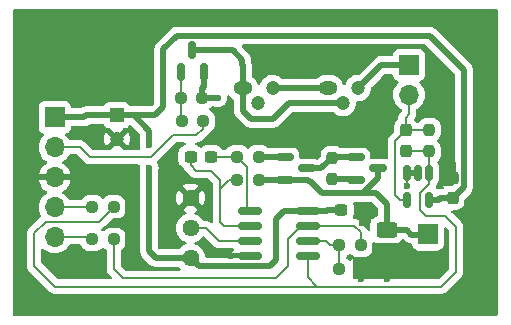
<source format=gbr>
%TF.GenerationSoftware,KiCad,Pcbnew,8.0.8*%
%TF.CreationDate,2025-02-06T15:12:13+01:00*%
%TF.ProjectId,mini-laser-driver,6d696e69-2d6c-4617-9365-722d64726976,rev?*%
%TF.SameCoordinates,Original*%
%TF.FileFunction,Copper,L1,Top*%
%TF.FilePolarity,Positive*%
%FSLAX46Y46*%
G04 Gerber Fmt 4.6, Leading zero omitted, Abs format (unit mm)*
G04 Created by KiCad (PCBNEW 8.0.8) date 2025-02-06 15:12:13*
%MOMM*%
%LPD*%
G01*
G04 APERTURE LIST*
G04 Aperture macros list*
%AMRoundRect*
0 Rectangle with rounded corners*
0 $1 Rounding radius*
0 $2 $3 $4 $5 $6 $7 $8 $9 X,Y pos of 4 corners*
0 Add a 4 corners polygon primitive as box body*
4,1,4,$2,$3,$4,$5,$6,$7,$8,$9,$2,$3,0*
0 Add four circle primitives for the rounded corners*
1,1,$1+$1,$2,$3*
1,1,$1+$1,$4,$5*
1,1,$1+$1,$6,$7*
1,1,$1+$1,$8,$9*
0 Add four rect primitives between the rounded corners*
20,1,$1+$1,$2,$3,$4,$5,0*
20,1,$1+$1,$4,$5,$6,$7,0*
20,1,$1+$1,$6,$7,$8,$9,0*
20,1,$1+$1,$8,$9,$2,$3,0*%
G04 Aperture macros list end*
%TA.AperFunction,ComponentPad*%
%ADD10R,1.700000X1.700000*%
%TD*%
%TA.AperFunction,ComponentPad*%
%ADD11O,1.700000X1.700000*%
%TD*%
%TA.AperFunction,SMDPad,CuDef*%
%ADD12RoundRect,0.237500X0.250000X0.237500X-0.250000X0.237500X-0.250000X-0.237500X0.250000X-0.237500X0*%
%TD*%
%TA.AperFunction,SMDPad,CuDef*%
%ADD13RoundRect,0.250000X0.625000X-0.400000X0.625000X0.400000X-0.625000X0.400000X-0.625000X-0.400000X0*%
%TD*%
%TA.AperFunction,SMDPad,CuDef*%
%ADD14RoundRect,0.237500X-0.250000X-0.237500X0.250000X-0.237500X0.250000X0.237500X-0.250000X0.237500X0*%
%TD*%
%TA.AperFunction,ComponentPad*%
%ADD15R,1.200000X1.200000*%
%TD*%
%TA.AperFunction,ComponentPad*%
%ADD16C,1.200000*%
%TD*%
%TA.AperFunction,SMDPad,CuDef*%
%ADD17RoundRect,0.237500X-0.300000X-0.237500X0.300000X-0.237500X0.300000X0.237500X-0.300000X0.237500X0*%
%TD*%
%TA.AperFunction,SMDPad,CuDef*%
%ADD18RoundRect,0.237500X0.237500X-0.300000X0.237500X0.300000X-0.237500X0.300000X-0.237500X-0.300000X0*%
%TD*%
%TA.AperFunction,SMDPad,CuDef*%
%ADD19RoundRect,0.150000X-0.150000X0.512500X-0.150000X-0.512500X0.150000X-0.512500X0.150000X0.512500X0*%
%TD*%
%TA.AperFunction,SMDPad,CuDef*%
%ADD20RoundRect,0.150000X-0.587500X-0.150000X0.587500X-0.150000X0.587500X0.150000X-0.587500X0.150000X0*%
%TD*%
%TA.AperFunction,SMDPad,CuDef*%
%ADD21RoundRect,0.237500X-0.237500X0.250000X-0.237500X-0.250000X0.237500X-0.250000X0.237500X0.250000X0*%
%TD*%
%TA.AperFunction,ComponentPad*%
%ADD22O,1.600000X1.200000*%
%TD*%
%TA.AperFunction,SMDPad,CuDef*%
%ADD23RoundRect,0.150000X0.150000X-0.587500X0.150000X0.587500X-0.150000X0.587500X-0.150000X-0.587500X0*%
%TD*%
%TA.AperFunction,SMDPad,CuDef*%
%ADD24RoundRect,0.237500X0.237500X-0.250000X0.237500X0.250000X-0.237500X0.250000X-0.237500X-0.250000X0*%
%TD*%
%TA.AperFunction,SMDPad,CuDef*%
%ADD25RoundRect,0.237500X0.300000X0.237500X-0.300000X0.237500X-0.300000X-0.237500X0.300000X-0.237500X0*%
%TD*%
%TA.AperFunction,ComponentPad*%
%ADD26C,1.440000*%
%TD*%
%TA.AperFunction,SMDPad,CuDef*%
%ADD27RoundRect,0.150000X-0.825000X-0.150000X0.825000X-0.150000X0.825000X0.150000X-0.825000X0.150000X0*%
%TD*%
%TA.AperFunction,SMDPad,CuDef*%
%ADD28RoundRect,0.237500X-0.237500X0.300000X-0.237500X-0.300000X0.237500X-0.300000X0.237500X0.300000X0*%
%TD*%
%TA.AperFunction,ViaPad*%
%ADD29C,0.600000*%
%TD*%
%TA.AperFunction,Conductor*%
%ADD30C,0.200000*%
%TD*%
%TA.AperFunction,Conductor*%
%ADD31C,0.500000*%
%TD*%
G04 APERTURE END LIST*
D10*
%TO.P,J1,1,Pin_1*%
%TO.N,VCC*%
X611000000Y-36675000D03*
D11*
%TO.P,J1,2,Pin_2*%
%TO.N,Enable*%
X611000000Y-39215000D03*
%TO.P,J1,3,Pin_3*%
%TO.N,GND*%
X611000000Y-41755000D03*
%TO.P,J1,4,Pin_4*%
%TO.N,Net-(J1-Pin_4)*%
X611000000Y-44295000D03*
%TO.P,J1,5,Pin_5*%
%TO.N,Net-(J1-Pin_5)*%
X611000000Y-46835000D03*
%TD*%
D12*
%TO.P,R3,1*%
%TO.N,V_amplifier*%
X616000000Y-47000000D03*
%TO.P,R3,2*%
%TO.N,Net-(J1-Pin_5)*%
X614175000Y-47000000D03*
%TD*%
D13*
%TO.P,R6,1*%
%TO.N,GND*%
X639100000Y-49300000D03*
%TO.P,R6,2*%
%TO.N,Net-(JP2-A)*%
X639100000Y-46200000D03*
%TD*%
D14*
%TO.P,R10,1*%
%TO.N,Net-(Q3-G)*%
X621750000Y-37000000D03*
%TO.P,R10,2*%
%TO.N,Enable*%
X623575000Y-37000000D03*
%TD*%
D12*
%TO.P,R11,1*%
%TO.N,VCC*%
X623487500Y-35000000D03*
%TO.P,R11,2*%
%TO.N,Net-(Q3-G)*%
X621662500Y-35000000D03*
%TD*%
D15*
%TO.P,C2,1*%
%TO.N,VCC*%
X616250000Y-36500000D03*
D16*
%TO.P,C2,2*%
%TO.N,GND*%
X616250000Y-38500000D03*
%TD*%
D14*
%TO.P,R5,1*%
%TO.N,Net-(U1A--)*%
X626450000Y-42000000D03*
%TO.P,R5,2*%
%TO.N,Net-(JP2-A)*%
X628275000Y-42000000D03*
%TD*%
D17*
%TO.P,C3,1*%
%TO.N,VCC*%
X635275000Y-44500000D03*
%TO.P,C3,2*%
%TO.N,GND*%
X637000000Y-44500000D03*
%TD*%
D18*
%TO.P,C4,1*%
%TO.N,VCC*%
X644710000Y-43500000D03*
%TO.P,C4,2*%
%TO.N,GND*%
X644710000Y-41775000D03*
%TD*%
D19*
%TO.P,U2,1*%
%TO.N,V_transimpedance*%
X642710000Y-41362500D03*
%TO.P,U2,2,V-*%
%TO.N,GND*%
X641760000Y-41362500D03*
%TO.P,U2,3,+*%
X640810000Y-41362500D03*
%TO.P,U2,4,-*%
%TO.N,Net-(JP1-B)*%
X640810000Y-43637500D03*
%TO.P,U2,5,V+*%
%TO.N,VCC*%
X642710000Y-43637500D03*
%TD*%
D14*
%TO.P,R4,1*%
%TO.N,Net-(C1-Pad1)*%
X626450000Y-40000000D03*
%TO.P,R4,2*%
%TO.N,Net-(Q1-B)*%
X628275000Y-40000000D03*
%TD*%
D12*
%TO.P,R8,1*%
%TO.N,GND*%
X636912500Y-49500000D03*
%TO.P,R8,2*%
%TO.N,Net-(U1B--)*%
X635087500Y-49500000D03*
%TD*%
D20*
%TO.P,Q2,1,B*%
%TO.N,Net-(Q1-C)*%
X636487500Y-40050000D03*
%TO.P,Q2,2,E*%
%TO.N,Net-(LD2-K)*%
X636487500Y-41950000D03*
%TO.P,Q2,3,C*%
%TO.N,Net-(JP2-A)*%
X638362500Y-41000000D03*
%TD*%
D21*
%TO.P,R7,1*%
%TO.N,Net-(JP1-B)*%
X642710000Y-37725000D03*
%TO.P,R7,2*%
%TO.N,V_transimpedance*%
X642710000Y-39550000D03*
%TD*%
D12*
%TO.P,R2,1*%
%TO.N,V_transimpedance*%
X616000000Y-44250000D03*
%TO.P,R2,2*%
%TO.N,Net-(J1-Pin_4)*%
X614175000Y-44250000D03*
%TD*%
D22*
%TO.P,LD1,1*%
%TO.N,Net-(LD2-K)*%
X634144724Y-34184724D03*
D16*
%TO.P,LD1,2*%
%TO.N,Net-(LD2-A)*%
X635414724Y-35454724D03*
%TO.P,LD1,3*%
%TO.N,Net-(JP1-A)*%
X636684724Y-34184724D03*
%TD*%
D20*
%TO.P,Q1,1,B*%
%TO.N,Net-(Q1-B)*%
X630487500Y-40050000D03*
%TO.P,Q1,2,E*%
%TO.N,Net-(JP2-A)*%
X630487500Y-41950000D03*
%TO.P,Q1,3,C*%
%TO.N,Net-(Q1-C)*%
X632362500Y-41000000D03*
%TD*%
D10*
%TO.P,JP1,1,A*%
%TO.N,Net-(JP1-A)*%
X641000000Y-32225000D03*
D11*
%TO.P,JP1,2,B*%
%TO.N,Net-(JP1-B)*%
X641000000Y-34765000D03*
%TD*%
D23*
%TO.P,Q3,1,G*%
%TO.N,Net-(Q3-G)*%
X621712500Y-32875000D03*
%TO.P,Q3,2,S*%
%TO.N,VCC*%
X623612500Y-32875000D03*
%TO.P,Q3,3,D*%
%TO.N,Net-(LD2-A)*%
X622662500Y-31000000D03*
%TD*%
D24*
%TO.P,R1,1*%
%TO.N,Net-(LD2-K)*%
X634500000Y-41912500D03*
%TO.P,R1,2*%
%TO.N,Net-(Q1-C)*%
X634500000Y-40087500D03*
%TD*%
D10*
%TO.P,JP2,1,A*%
%TO.N,Net-(JP2-A)*%
X642600000Y-46525000D03*
D11*
%TO.P,JP2,2,B*%
%TO.N,GND*%
X642600000Y-49065000D03*
%TD*%
D25*
%TO.P,C1,1*%
%TO.N,Net-(C1-Pad1)*%
X624225000Y-40000000D03*
%TO.P,C1,2*%
%TO.N,Net-(U1A--)*%
X622500000Y-40000000D03*
%TD*%
D26*
%TO.P,RV1,1,1*%
%TO.N,VCC*%
X622500000Y-48580000D03*
%TO.P,RV1,2,2*%
%TO.N,Net-(U1A-+)*%
X622500000Y-46040000D03*
%TO.P,RV1,3,3*%
%TO.N,GND*%
X622500000Y-43500000D03*
%TD*%
D22*
%TO.P,LD2,1,A*%
%TO.N,Net-(LD2-A)*%
X626914724Y-34184724D03*
D16*
%TO.P,LD2,2*%
%TO.N,N/C*%
X628184724Y-35454724D03*
%TO.P,LD2,3,K*%
%TO.N,Net-(LD2-K)*%
X629454724Y-34184724D03*
%TD*%
D27*
%TO.P,U1,1*%
%TO.N,Net-(C1-Pad1)*%
X627525000Y-44595000D03*
%TO.P,U1,2,-*%
%TO.N,Net-(U1A--)*%
X627525000Y-45865000D03*
%TO.P,U1,3,+*%
%TO.N,Net-(U1A-+)*%
X627525000Y-47135000D03*
%TO.P,U1,4,V-*%
%TO.N,GND*%
X627525000Y-48405000D03*
%TO.P,U1,5,+*%
%TO.N,V_transimpedance*%
X632475000Y-48405000D03*
%TO.P,U1,6,-*%
%TO.N,Net-(U1B--)*%
X632475000Y-47135000D03*
%TO.P,U1,7*%
%TO.N,V_amplifier*%
X632475000Y-45865000D03*
%TO.P,U1,8,V+*%
%TO.N,VCC*%
X632475000Y-44595000D03*
%TD*%
D28*
%TO.P,C5,1*%
%TO.N,Net-(JP1-B)*%
X640710000Y-37775000D03*
%TO.P,C5,2*%
%TO.N,V_transimpedance*%
X640710000Y-39500000D03*
%TD*%
D12*
%TO.P,R9,1*%
%TO.N,V_amplifier*%
X636912500Y-47500000D03*
%TO.P,R9,2*%
%TO.N,Net-(U1B--)*%
X635087500Y-47500000D03*
%TD*%
D29*
%TO.N,VCC*%
X619000000Y-39000000D03*
X624800000Y-35000000D03*
X619000000Y-41000000D03*
X620200000Y-35000000D03*
%TO.N,GND*%
X631500000Y-32750000D03*
X608000000Y-37000000D03*
X639100000Y-50400000D03*
X614000000Y-33000000D03*
X648000000Y-41000000D03*
X621000000Y-53000000D03*
X648000000Y-35000000D03*
X635000000Y-38000000D03*
X630000000Y-53000000D03*
X636250000Y-32750000D03*
X623000000Y-28000000D03*
X648000000Y-38000000D03*
X608000000Y-49000000D03*
X615000000Y-53000000D03*
X625905000Y-48405000D03*
X608000000Y-43000000D03*
X616000000Y-42000000D03*
X618000000Y-44000000D03*
X638000000Y-28000000D03*
X642000000Y-53000000D03*
X612000000Y-50000000D03*
X639750000Y-36250000D03*
X617000000Y-33000000D03*
X627000000Y-53000000D03*
X641000000Y-28000000D03*
X648000000Y-44000000D03*
X637000000Y-45600000D03*
X609000000Y-53000000D03*
X634000000Y-32750000D03*
X608000000Y-46000000D03*
X637750000Y-31500000D03*
X612000000Y-53000000D03*
X644700000Y-40637500D03*
X618000000Y-42000000D03*
X618000000Y-48500000D03*
X608000000Y-40000000D03*
X608000000Y-28000000D03*
X646000000Y-49000000D03*
X608000000Y-34000000D03*
X620000000Y-28000000D03*
X638000000Y-38000000D03*
X648000000Y-32000000D03*
X644000000Y-28000000D03*
X631000000Y-31500000D03*
X608000000Y-52000000D03*
X646000000Y-46000000D03*
X632000000Y-38000000D03*
X611000000Y-28000000D03*
X618000000Y-46000000D03*
X616000000Y-31000000D03*
X633000000Y-53000000D03*
X645000000Y-53000000D03*
X644000000Y-36000000D03*
X632000000Y-28000000D03*
X644000000Y-33000000D03*
X628750000Y-31500000D03*
X614000000Y-28000000D03*
X617000000Y-28000000D03*
X629000000Y-28000000D03*
X648000000Y-47000000D03*
X648000000Y-50000000D03*
X611000000Y-33000000D03*
X624000000Y-53000000D03*
X637000000Y-36250000D03*
X613000000Y-31000000D03*
X626000000Y-38000000D03*
X613750000Y-42000000D03*
X610000000Y-31000000D03*
X608000000Y-31000000D03*
X648000000Y-53000000D03*
X629000000Y-38000000D03*
X635500000Y-31500000D03*
X639000000Y-53000000D03*
X636000000Y-53000000D03*
X636900000Y-50400000D03*
X644000000Y-39000000D03*
X626000000Y-28000000D03*
X635000000Y-28000000D03*
X615000000Y-50000000D03*
X618000000Y-53000000D03*
X629500000Y-32750000D03*
X648000000Y-29000000D03*
X640796326Y-42475001D03*
X647000000Y-28000000D03*
X633250000Y-31500000D03*
%TO.N,Net-(LD2-K)*%
X635400000Y-41912500D03*
%TD*%
D30*
%TO.N,Net-(C1-Pad1)*%
X626450000Y-40000000D02*
X627300000Y-40850000D01*
X627300000Y-44370000D02*
X627525000Y-44595000D01*
X626450000Y-40000000D02*
X624225000Y-40000000D01*
X627300000Y-40850000D02*
X627300000Y-44370000D01*
%TO.N,Net-(U1A--)*%
X624250000Y-41250000D02*
X623000000Y-41250000D01*
X625000000Y-42750000D02*
X625000000Y-42000000D01*
X627525000Y-45865000D02*
X625365000Y-45865000D01*
X625000000Y-43250000D02*
X625000000Y-42750000D01*
X625750000Y-42000000D02*
X626450000Y-42000000D01*
X622500000Y-40750000D02*
X622500000Y-40000000D01*
X625000000Y-42000000D02*
X624250000Y-41250000D01*
X625500000Y-42250000D02*
X625750000Y-42000000D01*
X625500000Y-42250000D02*
X625000000Y-42750000D01*
X625000000Y-45500000D02*
X625000000Y-43250000D01*
X625365000Y-45865000D02*
X625000000Y-45500000D01*
X623000000Y-41250000D02*
X622500000Y-40750000D01*
D31*
%TO.N,VCC*%
X634100000Y-44500000D02*
X634000000Y-44600000D01*
X622500000Y-48580000D02*
X619580000Y-48580000D01*
X619000000Y-37800000D02*
X617700000Y-36500000D01*
X617700000Y-36500000D02*
X619500000Y-36500000D01*
X629200000Y-49300000D02*
X623220000Y-49300000D01*
X620200000Y-35800000D02*
X620200000Y-35000000D01*
X642750000Y-29750000D02*
X645635000Y-32635000D01*
X645635000Y-42575000D02*
X644710000Y-43500000D01*
X619500000Y-36500000D02*
X620200000Y-35800000D01*
X620200000Y-35000000D02*
X620200000Y-30900000D01*
X629750000Y-48750000D02*
X629200000Y-49300000D01*
X611000000Y-36675000D02*
X613500000Y-36675000D01*
X620200000Y-30900000D02*
X621350000Y-29750000D01*
X623487500Y-34212500D02*
X623612500Y-34087500D01*
X635275000Y-44500000D02*
X634100000Y-44500000D01*
D30*
X623487500Y-33000000D02*
X623612500Y-32875000D01*
D31*
X632480000Y-44600000D02*
X632475000Y-44595000D01*
X630405000Y-44595000D02*
X629750000Y-45250000D01*
X613675000Y-36500000D02*
X613500000Y-36675000D01*
X619000000Y-48000000D02*
X619000000Y-41000000D01*
X624800000Y-35000000D02*
X623487500Y-35000000D01*
X616250000Y-36500000D02*
X617700000Y-36500000D01*
X619000000Y-39000000D02*
X619000000Y-37800000D01*
X643500000Y-43637500D02*
X642710000Y-43637500D01*
X629750000Y-45250000D02*
X629750000Y-48750000D01*
X643637500Y-43500000D02*
X643500000Y-43637500D01*
X623487500Y-35000000D02*
X623487500Y-34212500D01*
X645635000Y-32635000D02*
X645635000Y-42575000D01*
X621350000Y-29750000D02*
X642750000Y-29750000D01*
X623612500Y-34087500D02*
X623612500Y-32875000D01*
X619580000Y-48580000D02*
X619000000Y-48000000D01*
X632475000Y-44595000D02*
X630405000Y-44595000D01*
X623220000Y-49300000D02*
X622500000Y-48580000D01*
X644710000Y-43500000D02*
X643637500Y-43500000D01*
X634000000Y-44600000D02*
X632480000Y-44600000D01*
X616250000Y-36500000D02*
X613675000Y-36500000D01*
D30*
%TO.N,GND*%
X637000000Y-44500000D02*
X637000000Y-45600000D01*
X640796326Y-41376174D02*
X640810000Y-41362500D01*
X641760000Y-41362500D02*
X640810000Y-41362500D01*
D31*
X639100000Y-49300000D02*
X637950000Y-49300000D01*
X637750000Y-49500000D02*
X636912500Y-49500000D01*
D30*
X640796326Y-42475001D02*
X640796326Y-41376174D01*
X636912500Y-50387500D02*
X636900000Y-50400000D01*
X636912500Y-49500000D02*
X636912500Y-50387500D01*
D31*
X637950000Y-49300000D02*
X637750000Y-49500000D01*
X639100000Y-49300000D02*
X639100000Y-50400000D01*
X644710000Y-41775000D02*
X644710000Y-40647500D01*
X644710000Y-40647500D02*
X644700000Y-40637500D01*
D30*
X625905000Y-48405000D02*
X627525000Y-48405000D01*
%TO.N,Net-(JP1-B)*%
X642710000Y-37725000D02*
X640760000Y-37725000D01*
X640810000Y-43637500D02*
X640210000Y-43637500D01*
X640710000Y-36690000D02*
X641000000Y-36400000D01*
X641000000Y-35290000D02*
X641000000Y-36400000D01*
X639800000Y-38685000D02*
X640710000Y-37775000D01*
X640760000Y-37725000D02*
X640710000Y-37775000D01*
X640710000Y-37775000D02*
X640710000Y-36690000D01*
X639800000Y-43227500D02*
X639800000Y-38685000D01*
X640210000Y-43637500D02*
X639800000Y-43227500D01*
%TO.N,V_transimpedance*%
X645000000Y-45975000D02*
X645000000Y-49750000D01*
X642710000Y-41362500D02*
X642710000Y-39550000D01*
X634000000Y-51000000D02*
X633250000Y-51000000D01*
X611000000Y-51000000D02*
X609250000Y-49250000D01*
X642710000Y-41362500D02*
X642710000Y-42290000D01*
X614750000Y-45500000D02*
X616000000Y-44250000D01*
X644025000Y-45000000D02*
X645000000Y-45975000D01*
X610250000Y-45500000D02*
X614750000Y-45500000D01*
X640710000Y-39500000D02*
X642660000Y-39500000D01*
X633250000Y-51000000D02*
X632475000Y-50225000D01*
X643750000Y-51000000D02*
X634000000Y-51000000D01*
X632475000Y-50225000D02*
X632475000Y-48405000D01*
X609250000Y-49250000D02*
X609250000Y-46500000D01*
X645000000Y-49750000D02*
X643750000Y-51000000D01*
X642400000Y-45000000D02*
X644025000Y-45000000D01*
X609250000Y-46500000D02*
X610250000Y-45500000D01*
X641900000Y-44500000D02*
X642400000Y-45000000D01*
X634000000Y-51000000D02*
X611000000Y-51000000D01*
X641900000Y-43100000D02*
X641900000Y-44500000D01*
X642710000Y-42290000D02*
X641900000Y-43100000D01*
X642660000Y-39500000D02*
X642710000Y-39550000D01*
%TO.N,Enable*%
X613150000Y-39215000D02*
X614000000Y-40065000D01*
X621000000Y-38200000D02*
X623000000Y-38200000D01*
X614000000Y-40065000D02*
X619135000Y-40065000D01*
X611000000Y-39215000D02*
X613150000Y-39215000D01*
X623000000Y-38200000D02*
X623575000Y-37625000D01*
X619135000Y-40065000D02*
X621000000Y-38200000D01*
X623575000Y-37625000D02*
X623575000Y-37000000D01*
%TO.N,Net-(J1-Pin_4)*%
X611000000Y-44295000D02*
X614130000Y-44295000D01*
X614130000Y-44295000D02*
X614175000Y-44250000D01*
%TO.N,Net-(J1-Pin_5)*%
X614010000Y-46835000D02*
X614175000Y-47000000D01*
X611000000Y-46835000D02*
X614010000Y-46835000D01*
D31*
%TO.N,Net-(JP1-A)*%
X641000000Y-32225000D02*
X638644448Y-32225000D01*
X638119448Y-32750000D02*
X636684724Y-34184724D01*
X638644448Y-32225000D02*
X638119448Y-32750000D01*
%TO.N,Net-(JP2-A)*%
X628275000Y-42000000D02*
X630437500Y-42000000D01*
X641200000Y-46600000D02*
X642525000Y-46600000D01*
X638362500Y-41837500D02*
X637100000Y-43100000D01*
X633000000Y-42500000D02*
X632450000Y-41950000D01*
D30*
X633500000Y-43000000D02*
X632600000Y-42100000D01*
D31*
X639100000Y-46200000D02*
X639100000Y-44000000D01*
X639100000Y-46200000D02*
X640800000Y-46200000D01*
X632450000Y-41950000D02*
X630487500Y-41950000D01*
X639100000Y-44000000D02*
X638200000Y-43100000D01*
X630437500Y-42000000D02*
X630487500Y-41950000D01*
X640800000Y-46200000D02*
X641200000Y-46600000D01*
X633600000Y-43100000D02*
X633000000Y-42500000D01*
X637100000Y-43100000D02*
X636300000Y-43100000D01*
D30*
X630350000Y-41950000D02*
X630300000Y-42000000D01*
D31*
X633000000Y-42500000D02*
X632600000Y-42100000D01*
D30*
X630487500Y-41950000D02*
X630350000Y-41950000D01*
D31*
X636300000Y-43100000D02*
X633600000Y-43100000D01*
X636300000Y-43100000D02*
X638200000Y-43100000D01*
X642525000Y-46600000D02*
X642600000Y-46525000D01*
X638362500Y-41000000D02*
X638362500Y-41837500D01*
%TO.N,Net-(LD2-K)*%
X634500000Y-41912500D02*
X636450000Y-41912500D01*
X629454724Y-34184724D02*
X634144724Y-34184724D01*
X636450000Y-41912500D02*
X636487500Y-41950000D01*
%TO.N,Net-(LD2-A)*%
X622662500Y-31000000D02*
X626100000Y-31000000D01*
X626900000Y-31800000D02*
X626900000Y-32200000D01*
X626914724Y-36114724D02*
X626914724Y-34184724D01*
X630845276Y-35454724D02*
X629500000Y-36800000D01*
X626900000Y-32200000D02*
X626914724Y-32214724D01*
X635414724Y-35454724D02*
X630845276Y-35454724D01*
X627600000Y-36800000D02*
X626914724Y-36114724D01*
X629500000Y-36800000D02*
X627600000Y-36800000D01*
X626914724Y-32214724D02*
X626914724Y-34184724D01*
X626100000Y-31000000D02*
X626900000Y-31800000D01*
D30*
X626914724Y-32414724D02*
X626914724Y-34184724D01*
D31*
%TO.N,Net-(Q1-C)*%
X633587500Y-41000000D02*
X634500000Y-40087500D01*
X634537500Y-40050000D02*
X634500000Y-40087500D01*
X632362500Y-41000000D02*
X633587500Y-41000000D01*
X636487500Y-40050000D02*
X634537500Y-40050000D01*
%TO.N,Net-(Q1-B)*%
X630487500Y-40050000D02*
X628325000Y-40050000D01*
X628325000Y-40050000D02*
X628275000Y-40000000D01*
D30*
%TO.N,Net-(Q3-G)*%
X621662500Y-36912500D02*
X621750000Y-37000000D01*
X621712500Y-34950000D02*
X621662500Y-35000000D01*
X621712500Y-32875000D02*
X621712500Y-34950000D01*
X621662500Y-35000000D02*
X621662500Y-36912500D01*
%TO.N,V_amplifier*%
X629750000Y-50250000D02*
X630750000Y-49250000D01*
X636912500Y-47500000D02*
X636912500Y-46412500D01*
X616000000Y-49500000D02*
X616750000Y-50250000D01*
X636912500Y-46412500D02*
X636365000Y-45865000D01*
X632475000Y-45865000D02*
X636365000Y-45865000D01*
X630750000Y-47000000D02*
X631885000Y-45865000D01*
X616750000Y-50250000D02*
X629750000Y-50250000D01*
X630750000Y-49250000D02*
X630750000Y-47000000D01*
X616000000Y-47000000D02*
X616000000Y-49500000D01*
X631885000Y-45865000D02*
X632475000Y-45865000D01*
%TO.N,Net-(U1B--)*%
X632475000Y-47135000D02*
X634000000Y-47135000D01*
X635087500Y-47500000D02*
X635087500Y-49500000D01*
X635043750Y-47456250D02*
X634321250Y-47456250D01*
X635087500Y-47500000D02*
X635043750Y-47456250D01*
X634321250Y-47456250D02*
X634000000Y-47135000D01*
%TO.N,Net-(U1A-+)*%
X622500000Y-46040000D02*
X623790000Y-46040000D01*
X623790000Y-46040000D02*
X624885000Y-47135000D01*
X623000000Y-46040000D02*
X623790000Y-46040000D01*
X622500000Y-46540000D02*
X623000000Y-46040000D01*
X624885000Y-47135000D02*
X627525000Y-47135000D01*
%TD*%
%TA.AperFunction,Conductor*%
%TO.N,GND*%
G36*
X613190646Y-47455185D02*
G01*
X613236401Y-47507989D01*
X613241313Y-47520495D01*
X613251592Y-47551515D01*
X613251593Y-47551518D01*
X613285895Y-47607129D01*
X613342160Y-47698350D01*
X613464150Y-47820340D01*
X613610984Y-47910908D01*
X613774747Y-47965174D01*
X613875823Y-47975500D01*
X614474176Y-47975499D01*
X614474184Y-47975498D01*
X614474187Y-47975498D01*
X614529530Y-47969844D01*
X614575253Y-47965174D01*
X614739016Y-47910908D01*
X614885850Y-47820340D01*
X614999819Y-47706371D01*
X615061142Y-47672886D01*
X615130834Y-47677870D01*
X615175181Y-47706371D01*
X615289150Y-47820340D01*
X615340597Y-47852072D01*
X615387321Y-47904017D01*
X615399500Y-47957610D01*
X615399500Y-49413330D01*
X615399499Y-49413348D01*
X615399499Y-49579054D01*
X615399498Y-49579054D01*
X615413100Y-49629815D01*
X615440084Y-49730521D01*
X615440423Y-49731784D01*
X615440424Y-49731788D01*
X615467345Y-49778417D01*
X615467346Y-49778417D01*
X615519477Y-49868712D01*
X615519481Y-49868717D01*
X615638349Y-49987585D01*
X615638355Y-49987590D01*
X615838584Y-50187819D01*
X615872069Y-50249142D01*
X615867085Y-50318834D01*
X615825213Y-50374767D01*
X615759749Y-50399184D01*
X615750903Y-50399500D01*
X611300098Y-50399500D01*
X611233059Y-50379815D01*
X611212417Y-50363181D01*
X609886819Y-49037583D01*
X609853334Y-48976260D01*
X609850500Y-48949902D01*
X609850500Y-47894758D01*
X609870185Y-47827719D01*
X609922989Y-47781964D01*
X609992147Y-47772020D01*
X610055703Y-47801045D01*
X610062181Y-47807077D01*
X610128599Y-47873495D01*
X610198758Y-47922621D01*
X610322165Y-48009032D01*
X610322167Y-48009033D01*
X610322170Y-48009035D01*
X610536337Y-48108903D01*
X610764592Y-48170063D01*
X610952918Y-48186539D01*
X610999999Y-48190659D01*
X611000000Y-48190659D01*
X611000001Y-48190659D01*
X611039234Y-48187226D01*
X611235408Y-48170063D01*
X611463663Y-48108903D01*
X611677830Y-48009035D01*
X611871401Y-47873495D01*
X612038495Y-47706401D01*
X612174035Y-47512830D01*
X612176707Y-47507097D01*
X612222878Y-47454658D01*
X612289091Y-47435500D01*
X613123607Y-47435500D01*
X613190646Y-47455185D01*
G37*
%TD.AperFunction*%
%TA.AperFunction,Conductor*%
G36*
X612916942Y-39835185D02*
G01*
X612937583Y-39851818D01*
X613631284Y-40545520D01*
X613631286Y-40545521D01*
X613631290Y-40545524D01*
X613726513Y-40600500D01*
X613768216Y-40624577D01*
X613920943Y-40665501D01*
X613920945Y-40665501D01*
X614086654Y-40665501D01*
X614086670Y-40665500D01*
X618094575Y-40665500D01*
X618161614Y-40685185D01*
X618207369Y-40737989D01*
X618217313Y-40807147D01*
X618215464Y-40817100D01*
X618214630Y-40820749D01*
X618194435Y-40999996D01*
X618194435Y-41000003D01*
X618214630Y-41179249D01*
X618214631Y-41179254D01*
X618242542Y-41259017D01*
X618249500Y-41299972D01*
X618249500Y-48073918D01*
X618249500Y-48073920D01*
X618249499Y-48073920D01*
X618278340Y-48218907D01*
X618278343Y-48218917D01*
X618320354Y-48320340D01*
X618334916Y-48355495D01*
X618342775Y-48367257D01*
X618360981Y-48394505D01*
X618417049Y-48478418D01*
X618417052Y-48478421D01*
X619101584Y-49162952D01*
X619101586Y-49162954D01*
X619118119Y-49174000D01*
X619160920Y-49202598D01*
X619224505Y-49245084D01*
X619361087Y-49301658D01*
X619361091Y-49301658D01*
X619361092Y-49301659D01*
X619506079Y-49330500D01*
X619506082Y-49330500D01*
X619506083Y-49330500D01*
X619653918Y-49330500D01*
X621473090Y-49330500D01*
X621540129Y-49350185D01*
X621560771Y-49366819D01*
X621631771Y-49437819D01*
X621665256Y-49499142D01*
X621660272Y-49568834D01*
X621618400Y-49624767D01*
X621552936Y-49649184D01*
X621544090Y-49649500D01*
X617050097Y-49649500D01*
X616983058Y-49629815D01*
X616962416Y-49613181D01*
X616636819Y-49287584D01*
X616603334Y-49226261D01*
X616600500Y-49199903D01*
X616600500Y-47957610D01*
X616620185Y-47890571D01*
X616659401Y-47852073D01*
X616710850Y-47820340D01*
X616832840Y-47698350D01*
X616923408Y-47551516D01*
X616977674Y-47387753D01*
X616988000Y-47286677D01*
X616987999Y-46713324D01*
X616977674Y-46612247D01*
X616923408Y-46448484D01*
X616832840Y-46301650D01*
X616710850Y-46179660D01*
X616582513Y-46100501D01*
X616564018Y-46089093D01*
X616564013Y-46089091D01*
X616518761Y-46074096D01*
X616400253Y-46034826D01*
X616400251Y-46034825D01*
X616299178Y-46024500D01*
X615700830Y-46024500D01*
X615700812Y-46024501D01*
X615599747Y-46034825D01*
X615435984Y-46089092D01*
X615435981Y-46089093D01*
X615289148Y-46179661D01*
X615175181Y-46293629D01*
X615113858Y-46327114D01*
X615044166Y-46322130D01*
X614999819Y-46293629D01*
X614959103Y-46252913D01*
X614925618Y-46191590D01*
X614930602Y-46121898D01*
X614972474Y-46065965D01*
X614984777Y-46057849D01*
X615042538Y-46024501D01*
X615118716Y-45980520D01*
X615230520Y-45868716D01*
X615230520Y-45868714D01*
X615240724Y-45858511D01*
X615240728Y-45858506D01*
X615837416Y-45261818D01*
X615898739Y-45228333D01*
X615925097Y-45225499D01*
X616299170Y-45225499D01*
X616299176Y-45225499D01*
X616400253Y-45215174D01*
X616564016Y-45160908D01*
X616710850Y-45070340D01*
X616832840Y-44948350D01*
X616923408Y-44801516D01*
X616977674Y-44637753D01*
X616988000Y-44536677D01*
X616987999Y-43963324D01*
X616984586Y-43929916D01*
X616977674Y-43862247D01*
X616971380Y-43843254D01*
X616923408Y-43698484D01*
X616832840Y-43551650D01*
X616710850Y-43429660D01*
X616564016Y-43339092D01*
X616400253Y-43284826D01*
X616400251Y-43284825D01*
X616299178Y-43274500D01*
X615700830Y-43274500D01*
X615700812Y-43274501D01*
X615599747Y-43284825D01*
X615435984Y-43339092D01*
X615435981Y-43339093D01*
X615289148Y-43429661D01*
X615175181Y-43543629D01*
X615113858Y-43577114D01*
X615044166Y-43572130D01*
X614999819Y-43543629D01*
X614885851Y-43429661D01*
X614885850Y-43429660D01*
X614739016Y-43339092D01*
X614575253Y-43284826D01*
X614575251Y-43284825D01*
X614474178Y-43274500D01*
X613875830Y-43274500D01*
X613875812Y-43274501D01*
X613774747Y-43284825D01*
X613610984Y-43339092D01*
X613610981Y-43339093D01*
X613464148Y-43429661D01*
X613342160Y-43551649D01*
X613342157Y-43551653D01*
X613290380Y-43635597D01*
X613238432Y-43682322D01*
X613184842Y-43694500D01*
X612289091Y-43694500D01*
X612222052Y-43674815D01*
X612176711Y-43622909D01*
X612174037Y-43617175D01*
X612174034Y-43617170D01*
X612174033Y-43617169D01*
X612038495Y-43423599D01*
X612038494Y-43423597D01*
X611871402Y-43256506D01*
X611871401Y-43256505D01*
X611685405Y-43126269D01*
X611641781Y-43071692D01*
X611634588Y-43002193D01*
X611666110Y-42939839D01*
X611685405Y-42923119D01*
X611871082Y-42793105D01*
X612038105Y-42626082D01*
X612173600Y-42432578D01*
X612273429Y-42218492D01*
X612273432Y-42218486D01*
X612330636Y-42005000D01*
X611433012Y-42005000D01*
X611465925Y-41947993D01*
X611500000Y-41820826D01*
X611500000Y-41689174D01*
X611465925Y-41562007D01*
X611433012Y-41505000D01*
X612330636Y-41505000D01*
X612330635Y-41504999D01*
X612273432Y-41291513D01*
X612273429Y-41291507D01*
X612173600Y-41077422D01*
X612173599Y-41077420D01*
X612038113Y-40883926D01*
X612038108Y-40883920D01*
X611871078Y-40716890D01*
X611685405Y-40586879D01*
X611641780Y-40532302D01*
X611634588Y-40462804D01*
X611666110Y-40400449D01*
X611685406Y-40383730D01*
X611721994Y-40358111D01*
X611871401Y-40253495D01*
X612038495Y-40086401D01*
X612174035Y-39892830D01*
X612176707Y-39887097D01*
X612222878Y-39834658D01*
X612289091Y-39815500D01*
X612849903Y-39815500D01*
X612916942Y-39835185D01*
G37*
%TD.AperFunction*%
%TA.AperFunction,Conductor*%
G36*
X636043334Y-48177870D02*
G01*
X636087681Y-48206371D01*
X636201650Y-48320340D01*
X636322295Y-48394755D01*
X636369019Y-48446702D01*
X636377693Y-48500000D01*
X636250000Y-48500000D01*
X636250000Y-48650423D01*
X636201964Y-48680053D01*
X636088034Y-48793983D01*
X636026711Y-48827467D01*
X635957019Y-48822483D01*
X635912672Y-48793982D01*
X635798349Y-48679659D01*
X635746902Y-48647926D01*
X635700178Y-48595978D01*
X635688000Y-48542388D01*
X635688000Y-48457610D01*
X635707685Y-48390571D01*
X635746901Y-48352073D01*
X635798350Y-48320340D01*
X635912319Y-48206371D01*
X635973642Y-48172886D01*
X636043334Y-48177870D01*
G37*
%TD.AperFunction*%
%TA.AperFunction,Conductor*%
G36*
X623659526Y-46758849D02*
G01*
X623662354Y-46761589D01*
X624400139Y-47499374D01*
X624400149Y-47499385D01*
X624404479Y-47503715D01*
X624404480Y-47503716D01*
X624516284Y-47615520D01*
X624600478Y-47664128D01*
X624603095Y-47665639D01*
X624603097Y-47665641D01*
X624639858Y-47686865D01*
X624653215Y-47694577D01*
X624805943Y-47735501D01*
X624805946Y-47735501D01*
X624971653Y-47735501D01*
X624971669Y-47735500D01*
X626034674Y-47735500D01*
X626101713Y-47755185D01*
X626147468Y-47807989D01*
X626157412Y-47877147D01*
X626141406Y-47922621D01*
X626098718Y-47994801D01*
X626052899Y-48152513D01*
X626052704Y-48154998D01*
X626052705Y-48155000D01*
X627401000Y-48155000D01*
X627468039Y-48174685D01*
X627513794Y-48227489D01*
X627525000Y-48279000D01*
X627525000Y-48425500D01*
X627505315Y-48492539D01*
X627452511Y-48538294D01*
X627401000Y-48549500D01*
X623836119Y-48549500D01*
X623769080Y-48529815D01*
X623723325Y-48477011D01*
X623712591Y-48436308D01*
X623708589Y-48390571D01*
X623706549Y-48367253D01*
X623661292Y-48198350D01*
X623651278Y-48160977D01*
X623651277Y-48160976D01*
X623651276Y-48160970D01*
X623561021Y-47967419D01*
X623438529Y-47792481D01*
X623438527Y-47792478D01*
X623287521Y-47641472D01*
X623112578Y-47518977D01*
X623112579Y-47518977D01*
X622974645Y-47454658D01*
X622919030Y-47428724D01*
X622919023Y-47428722D01*
X622913936Y-47426870D01*
X622914709Y-47424746D01*
X622863305Y-47393424D01*
X622832766Y-47330581D01*
X622841050Y-47261204D01*
X622885528Y-47207320D01*
X622914315Y-47194172D01*
X622913936Y-47193130D01*
X622919013Y-47191280D01*
X622919030Y-47191276D01*
X623112581Y-47101021D01*
X623287519Y-46978529D01*
X623438529Y-46827519D01*
X623473100Y-46778145D01*
X623527672Y-46734523D01*
X623597170Y-46727328D01*
X623659526Y-46758849D01*
G37*
%TD.AperFunction*%
%TA.AperFunction,Conductor*%
G36*
X640530847Y-46992923D02*
G01*
X640539075Y-47000443D01*
X640721580Y-47182948D01*
X640721584Y-47182951D01*
X640844498Y-47265080D01*
X640844511Y-47265087D01*
X640981082Y-47321656D01*
X640981087Y-47321658D01*
X640981091Y-47321658D01*
X640981092Y-47321659D01*
X641126079Y-47350500D01*
X641126082Y-47350500D01*
X641130336Y-47350500D01*
X641197375Y-47370185D01*
X641243130Y-47422989D01*
X641253626Y-47461246D01*
X641255909Y-47482483D01*
X641306202Y-47617328D01*
X641306206Y-47617335D01*
X641392452Y-47732544D01*
X641392455Y-47732547D01*
X641507664Y-47818793D01*
X641507671Y-47818797D01*
X641536368Y-47829500D01*
X641639598Y-47868002D01*
X641695531Y-47909873D01*
X641719949Y-47975337D01*
X641714584Y-48000000D01*
X638250000Y-48000000D01*
X637750000Y-48500000D01*
X637447212Y-48500000D01*
X637444758Y-48484920D01*
X637472601Y-48420838D01*
X637502703Y-48394755D01*
X637623350Y-48320340D01*
X637745340Y-48198350D01*
X637835908Y-48051516D01*
X637890174Y-47887753D01*
X637900500Y-47786677D01*
X637900499Y-47349599D01*
X637920183Y-47282561D01*
X637972987Y-47236806D01*
X638042146Y-47226862D01*
X638089592Y-47244059D01*
X638155666Y-47284814D01*
X638322203Y-47339999D01*
X638424991Y-47350500D01*
X639775008Y-47350499D01*
X639877797Y-47339999D01*
X640044334Y-47284814D01*
X640193656Y-47192712D01*
X640317712Y-47068656D01*
X640345856Y-47023026D01*
X640397802Y-46976303D01*
X640466765Y-46965080D01*
X640530847Y-46992923D01*
G37*
%TD.AperFunction*%
%TA.AperFunction,Conductor*%
G36*
X644155702Y-45980383D02*
G01*
X644162180Y-45986415D01*
X644363181Y-46187416D01*
X644396666Y-46248739D01*
X644399500Y-46275097D01*
X644399500Y-48000000D01*
X643483322Y-48000000D01*
X643487552Y-47940850D01*
X643529424Y-47884917D01*
X643560400Y-47868002D01*
X643668407Y-47827719D01*
X643692326Y-47818798D01*
X643692326Y-47818797D01*
X643692331Y-47818796D01*
X643807546Y-47732546D01*
X643893796Y-47617331D01*
X643944091Y-47482483D01*
X643950500Y-47422873D01*
X643950499Y-46074095D01*
X643970184Y-46007057D01*
X644022987Y-45961302D01*
X644092146Y-45951358D01*
X644155702Y-45980383D01*
G37*
%TD.AperFunction*%
%TA.AperFunction,Conductor*%
G36*
X622055510Y-38820185D02*
G01*
X622101265Y-38872989D01*
X622111209Y-38942147D01*
X622082184Y-39005703D01*
X622027476Y-39042206D01*
X621885984Y-39089092D01*
X621885981Y-39089093D01*
X621739148Y-39179661D01*
X621617161Y-39301648D01*
X621526593Y-39448481D01*
X621526591Y-39448486D01*
X621501740Y-39523481D01*
X621472326Y-39612247D01*
X621472326Y-39612248D01*
X621472325Y-39612248D01*
X621462000Y-39713315D01*
X621462000Y-40286669D01*
X621462001Y-40286687D01*
X621472325Y-40387752D01*
X621498299Y-40466133D01*
X621524606Y-40545524D01*
X621526592Y-40551515D01*
X621526593Y-40551518D01*
X621548404Y-40586879D01*
X621617160Y-40698350D01*
X621739150Y-40820340D01*
X621885984Y-40910908D01*
X621885986Y-40910908D01*
X621886522Y-40911239D01*
X621933246Y-40963187D01*
X621937650Y-40975092D01*
X621940425Y-40981790D01*
X621961455Y-41018214D01*
X621961456Y-41018216D01*
X622019475Y-41118709D01*
X622019479Y-41118714D01*
X622019480Y-41118716D01*
X622131284Y-41230520D01*
X622131285Y-41230521D01*
X622631284Y-41730520D01*
X622631286Y-41730521D01*
X622631290Y-41730524D01*
X622768209Y-41809573D01*
X622768216Y-41809577D01*
X622920943Y-41850501D01*
X622920945Y-41850501D01*
X623086654Y-41850501D01*
X623086670Y-41850500D01*
X623949903Y-41850500D01*
X624016942Y-41870185D01*
X624037584Y-41886819D01*
X624363181Y-42212416D01*
X624396666Y-42273739D01*
X624399500Y-42300097D01*
X624399500Y-42663330D01*
X624399499Y-42663348D01*
X624399499Y-42839046D01*
X624399500Y-42839059D01*
X624399500Y-45413330D01*
X624399499Y-45413348D01*
X624399499Y-45500901D01*
X624379814Y-45567940D01*
X624327010Y-45613695D01*
X624257852Y-45623639D01*
X624194296Y-45594614D01*
X624187818Y-45588582D01*
X624158717Y-45559481D01*
X624158712Y-45559477D01*
X624055584Y-45499937D01*
X624055583Y-45499936D01*
X624021790Y-45480425D01*
X624021789Y-45480424D01*
X624001539Y-45474998D01*
X623869057Y-45439499D01*
X623710943Y-45439499D01*
X623703347Y-45439499D01*
X623703331Y-45439500D01*
X623634031Y-45439500D01*
X623566992Y-45419815D01*
X623532456Y-45386623D01*
X623438527Y-45252478D01*
X623287521Y-45101472D01*
X623112578Y-44978977D01*
X623112579Y-44978977D01*
X622983547Y-44918809D01*
X622919030Y-44888724D01*
X622919023Y-44888722D01*
X622913936Y-44886870D01*
X622914606Y-44885028D01*
X622862293Y-44853114D01*
X622831789Y-44790255D01*
X622840111Y-44720883D01*
X622884617Y-44667022D01*
X622914097Y-44653574D01*
X622913764Y-44652658D01*
X622918864Y-44650801D01*
X623112325Y-44560589D01*
X623168030Y-44521583D01*
X622546447Y-43900000D01*
X622552661Y-43900000D01*
X622654394Y-43872741D01*
X622745606Y-43820080D01*
X622820080Y-43745606D01*
X622872741Y-43654394D01*
X622900000Y-43552661D01*
X622900000Y-43546446D01*
X623521583Y-44168029D01*
X623560589Y-44112325D01*
X623650801Y-43918864D01*
X623650805Y-43918853D01*
X623706054Y-43712662D01*
X623706055Y-43712654D01*
X623724660Y-43500002D01*
X623724660Y-43499997D01*
X623706055Y-43287345D01*
X623706054Y-43287337D01*
X623650805Y-43081146D01*
X623650802Y-43081140D01*
X623560586Y-42887669D01*
X623560582Y-42887663D01*
X623521584Y-42831968D01*
X622900000Y-43453552D01*
X622900000Y-43447339D01*
X622872741Y-43345606D01*
X622820080Y-43254394D01*
X622745606Y-43179920D01*
X622654394Y-43127259D01*
X622552661Y-43100000D01*
X622546447Y-43100000D01*
X623168030Y-42478415D01*
X623112329Y-42439413D01*
X622918859Y-42349197D01*
X622918853Y-42349194D01*
X622712662Y-42293945D01*
X622712654Y-42293944D01*
X622500002Y-42275340D01*
X622499998Y-42275340D01*
X622287345Y-42293944D01*
X622287337Y-42293945D01*
X622081146Y-42349194D01*
X622081140Y-42349197D01*
X621887671Y-42439412D01*
X621887669Y-42439413D01*
X621831969Y-42478415D01*
X621831968Y-42478415D01*
X622453554Y-43100000D01*
X622447339Y-43100000D01*
X622345606Y-43127259D01*
X622254394Y-43179920D01*
X622179920Y-43254394D01*
X622127259Y-43345606D01*
X622100000Y-43447339D01*
X622100000Y-43453553D01*
X621478415Y-42831968D01*
X621478415Y-42831969D01*
X621439413Y-42887669D01*
X621439412Y-42887671D01*
X621349197Y-43081140D01*
X621349194Y-43081146D01*
X621293945Y-43287337D01*
X621293944Y-43287345D01*
X621275340Y-43499997D01*
X621275340Y-43500002D01*
X621293944Y-43712654D01*
X621293945Y-43712662D01*
X621349194Y-43918853D01*
X621349197Y-43918859D01*
X621439413Y-44112329D01*
X621478415Y-44168030D01*
X622100000Y-43546445D01*
X622100000Y-43552661D01*
X622127259Y-43654394D01*
X622179920Y-43745606D01*
X622254394Y-43820080D01*
X622345606Y-43872741D01*
X622447339Y-43900000D01*
X622453554Y-43900000D01*
X621831968Y-44521584D01*
X621887663Y-44560582D01*
X621887669Y-44560586D01*
X622081140Y-44650802D01*
X622086236Y-44652658D01*
X622085542Y-44654563D01*
X622137647Y-44686302D01*
X622168196Y-44749139D01*
X622159922Y-44818518D01*
X622115454Y-44872409D01*
X622085744Y-44885991D01*
X622086064Y-44886870D01*
X622080972Y-44888723D01*
X622080970Y-44888724D01*
X622080968Y-44888725D01*
X621887421Y-44978977D01*
X621712478Y-45101472D01*
X621561472Y-45252478D01*
X621438977Y-45427421D01*
X621348725Y-45620968D01*
X621348721Y-45620977D01*
X621293452Y-45827247D01*
X621293450Y-45827258D01*
X621274838Y-46039998D01*
X621274838Y-46040001D01*
X621293450Y-46252741D01*
X621293452Y-46252752D01*
X621348721Y-46459022D01*
X621348723Y-46459026D01*
X621348724Y-46459030D01*
X621379254Y-46524501D01*
X621438977Y-46652578D01*
X621561472Y-46827521D01*
X621712478Y-46978527D01*
X621712481Y-46978529D01*
X621887419Y-47101021D01*
X621887421Y-47101022D01*
X621887420Y-47101022D01*
X621951936Y-47131106D01*
X622080970Y-47191276D01*
X622080983Y-47191279D01*
X622086064Y-47193130D01*
X622085292Y-47195250D01*
X622136710Y-47226594D01*
X622167237Y-47289442D01*
X622158939Y-47358817D01*
X622114452Y-47412693D01*
X622085685Y-47425830D01*
X622086064Y-47426870D01*
X622080972Y-47428723D01*
X622080970Y-47428724D01*
X622080968Y-47428725D01*
X621887421Y-47518977D01*
X621712482Y-47641469D01*
X621667087Y-47686865D01*
X621561471Y-47792481D01*
X621561468Y-47792484D01*
X621560772Y-47793181D01*
X621499448Y-47826666D01*
X621473090Y-47829500D01*
X619942230Y-47829500D01*
X619875191Y-47809815D01*
X619854549Y-47793181D01*
X619786819Y-47725451D01*
X619753334Y-47664128D01*
X619750500Y-47637770D01*
X619750500Y-41299972D01*
X619757458Y-41259017D01*
X619765337Y-41236500D01*
X619785368Y-41179255D01*
X619787312Y-41162000D01*
X619805565Y-41000003D01*
X619805565Y-40999996D01*
X619785369Y-40820750D01*
X619785368Y-40820745D01*
X619759714Y-40747431D01*
X619725789Y-40650478D01*
X619725788Y-40650477D01*
X619725787Y-40650473D01*
X619652205Y-40533369D01*
X619633204Y-40466133D01*
X619653571Y-40399298D01*
X619669512Y-40379721D01*
X621212416Y-38836819D01*
X621273739Y-38803334D01*
X621300097Y-38800500D01*
X621988471Y-38800500D01*
X622055510Y-38820185D01*
G37*
%TD.AperFunction*%
%TA.AperFunction,Conductor*%
G36*
X637652011Y-46293693D02*
G01*
X637582853Y-46303637D01*
X637519297Y-46274612D01*
X637503480Y-46250000D01*
X637702435Y-46250000D01*
X637652011Y-46293693D01*
G37*
%TD.AperFunction*%
%TA.AperFunction,Conductor*%
G36*
X637764768Y-45509648D02*
G01*
X637760415Y-45570507D01*
X637750000Y-45601936D01*
X637750000Y-45480048D01*
X637764768Y-45509648D01*
G37*
%TD.AperFunction*%
%TA.AperFunction,Conductor*%
G36*
X643500000Y-42500000D02*
G01*
X643868134Y-42500000D01*
X643890052Y-42535534D01*
X643890055Y-42535538D01*
X643892336Y-42537819D01*
X643893401Y-42539769D01*
X643894533Y-42541201D01*
X643894288Y-42541394D01*
X643925821Y-42599142D01*
X643920837Y-42668834D01*
X643878965Y-42724767D01*
X643813501Y-42749184D01*
X643804655Y-42749500D01*
X643563577Y-42749500D01*
X643495779Y-42762986D01*
X643426187Y-42756759D01*
X643385783Y-42726465D01*
X643383598Y-42728651D01*
X643300579Y-42645632D01*
X643267094Y-42584309D01*
X643268485Y-42525857D01*
X643269575Y-42521787D01*
X643269577Y-42521785D01*
X643310501Y-42369057D01*
X643310501Y-42369051D01*
X643310909Y-42367529D01*
X643343003Y-42311942D01*
X643378081Y-42276865D01*
X643461744Y-42135398D01*
X643491925Y-42031514D01*
X643500000Y-42018869D01*
X643500000Y-42500000D01*
G37*
%TD.AperFunction*%
%TA.AperFunction,Conductor*%
G36*
X641703039Y-41132185D02*
G01*
X641748794Y-41184989D01*
X641760000Y-41236500D01*
X641760000Y-41488500D01*
X641740315Y-41555539D01*
X641687511Y-41601294D01*
X641636000Y-41612500D01*
X640934000Y-41612500D01*
X640866961Y-41592815D01*
X640821206Y-41540011D01*
X640810000Y-41488500D01*
X640810000Y-41236500D01*
X640829685Y-41169461D01*
X640882489Y-41123706D01*
X640934000Y-41112500D01*
X641636000Y-41112500D01*
X641703039Y-41132185D01*
G37*
%TD.AperFunction*%
%TA.AperFunction,Conductor*%
G36*
X642454809Y-30520185D02*
G01*
X642475451Y-30536819D01*
X644848181Y-32909548D01*
X644881666Y-32970871D01*
X644884500Y-32997229D01*
X644884500Y-40000000D01*
X643750000Y-40000000D01*
X643504458Y-40736624D01*
X643498725Y-40716891D01*
X643470629Y-40620185D01*
X643461744Y-40589602D01*
X643414025Y-40508913D01*
X643396843Y-40441189D01*
X643419004Y-40374927D01*
X643433066Y-40358123D01*
X643530340Y-40260850D01*
X643620908Y-40114016D01*
X643675174Y-39950253D01*
X643685500Y-39849177D01*
X643685499Y-39250824D01*
X643681839Y-39214999D01*
X643675174Y-39149747D01*
X643658524Y-39099501D01*
X643620908Y-38985984D01*
X643530340Y-38839150D01*
X643416371Y-38725181D01*
X643382886Y-38663858D01*
X643387870Y-38594166D01*
X643416371Y-38549819D01*
X643466191Y-38499999D01*
X643530340Y-38435850D01*
X643620908Y-38289016D01*
X643675174Y-38125253D01*
X643685500Y-38024177D01*
X643685499Y-37425824D01*
X643682519Y-37396656D01*
X643675174Y-37324747D01*
X643659518Y-37277500D01*
X643620908Y-37160984D01*
X643530340Y-37014150D01*
X643408350Y-36892160D01*
X643261516Y-36801592D01*
X643097753Y-36747326D01*
X643097751Y-36747325D01*
X642996678Y-36737000D01*
X642423330Y-36737000D01*
X642423312Y-36737001D01*
X642322247Y-36747325D01*
X642158484Y-36801592D01*
X642158481Y-36801593D01*
X642011648Y-36892161D01*
X641889659Y-37014150D01*
X641857928Y-37065596D01*
X641805980Y-37112321D01*
X641752389Y-37124500D01*
X641667611Y-37124500D01*
X641600572Y-37104815D01*
X641562072Y-37065596D01*
X641530340Y-37014150D01*
X641470394Y-36954204D01*
X641436909Y-36892881D01*
X641441893Y-36823189D01*
X641470397Y-36778839D01*
X641480519Y-36768717D01*
X641484052Y-36762599D01*
X641531327Y-36680715D01*
X641559577Y-36631785D01*
X641600501Y-36479057D01*
X641600501Y-36320943D01*
X641600501Y-36313348D01*
X641600500Y-36313330D01*
X641600500Y-36054090D01*
X641620185Y-35987051D01*
X641672101Y-35941706D01*
X641677830Y-35939035D01*
X641871401Y-35803495D01*
X642038495Y-35636401D01*
X642174035Y-35442830D01*
X642273903Y-35228663D01*
X642335063Y-35000408D01*
X642355659Y-34765000D01*
X642335063Y-34529592D01*
X642273903Y-34301337D01*
X642174035Y-34087171D01*
X642100142Y-33981641D01*
X642038496Y-33893600D01*
X642001561Y-33856665D01*
X641916567Y-33771671D01*
X641883084Y-33710351D01*
X641888068Y-33640659D01*
X641929939Y-33584725D01*
X641960915Y-33567810D01*
X642092331Y-33518796D01*
X642207546Y-33432546D01*
X642293796Y-33317331D01*
X642344091Y-33182483D01*
X642350500Y-33122873D01*
X642350499Y-31327128D01*
X642344091Y-31267517D01*
X642293796Y-31132669D01*
X642293795Y-31132668D01*
X642293793Y-31132664D01*
X642207547Y-31017455D01*
X642207544Y-31017452D01*
X642092335Y-30931206D01*
X642092328Y-30931202D01*
X641957482Y-30880908D01*
X641957483Y-30880908D01*
X641897883Y-30874501D01*
X641897881Y-30874500D01*
X641897873Y-30874500D01*
X641897864Y-30874500D01*
X640102129Y-30874500D01*
X640102123Y-30874501D01*
X640042516Y-30880908D01*
X639907671Y-30931202D01*
X639907664Y-30931206D01*
X639792455Y-31017452D01*
X639792452Y-31017455D01*
X639706206Y-31132664D01*
X639706202Y-31132671D01*
X639655908Y-31267517D01*
X639650096Y-31321584D01*
X639649501Y-31327123D01*
X639649500Y-31327135D01*
X639649500Y-31350500D01*
X639629815Y-31417539D01*
X639577011Y-31463294D01*
X639525500Y-31474500D01*
X638570528Y-31474500D01*
X638425540Y-31503340D01*
X638425530Y-31503343D01*
X638288955Y-31559914D01*
X638181411Y-31631773D01*
X638181410Y-31631774D01*
X638166029Y-31642050D01*
X638166028Y-31642051D01*
X636760175Y-33047905D01*
X636698852Y-33081390D01*
X636672494Y-33084224D01*
X636582748Y-33084224D01*
X636382268Y-33121700D01*
X636382265Y-33121700D01*
X636382265Y-33121701D01*
X636192088Y-33195375D01*
X636192081Y-33195379D01*
X636018684Y-33302741D01*
X636018682Y-33302743D01*
X635867961Y-33440142D01*
X635745051Y-33602902D01*
X635654146Y-33785463D01*
X635654141Y-33785476D01*
X635633886Y-33856665D01*
X635596606Y-33915758D01*
X635533296Y-33945315D01*
X635464057Y-33935953D01*
X635410871Y-33890642D01*
X635396689Y-33861048D01*
X635364597Y-33762279D01*
X635285956Y-33607936D01*
X635184138Y-33467796D01*
X635061652Y-33345310D01*
X634921512Y-33243492D01*
X634767169Y-33164851D01*
X634602425Y-33111322D01*
X634602423Y-33111321D01*
X634602422Y-33111321D01*
X634470995Y-33090505D01*
X634431335Y-33084224D01*
X633858113Y-33084224D01*
X633818452Y-33090505D01*
X633687026Y-33111321D01*
X633522276Y-33164852D01*
X633367935Y-33243492D01*
X633287980Y-33301583D01*
X633227796Y-33345310D01*
X633227794Y-33345312D01*
X633227793Y-33345312D01*
X633175201Y-33397905D01*
X633113878Y-33431390D01*
X633087520Y-33434224D01*
X630313031Y-33434224D01*
X630245992Y-33414539D01*
X630229493Y-33401861D01*
X630120765Y-33302743D01*
X630120763Y-33302741D01*
X629947366Y-33195379D01*
X629947359Y-33195375D01*
X629852270Y-33158538D01*
X629757180Y-33121700D01*
X629556700Y-33084224D01*
X629352748Y-33084224D01*
X629152268Y-33121700D01*
X629152265Y-33121700D01*
X629152265Y-33121701D01*
X628962088Y-33195375D01*
X628962081Y-33195379D01*
X628788684Y-33302741D01*
X628788682Y-33302743D01*
X628637961Y-33440142D01*
X628515051Y-33602902D01*
X628424146Y-33785463D01*
X628424141Y-33785476D01*
X628403886Y-33856665D01*
X628366606Y-33915758D01*
X628303296Y-33945315D01*
X628234057Y-33935953D01*
X628180871Y-33890642D01*
X628166689Y-33861048D01*
X628134597Y-33762279D01*
X628055956Y-33607936D01*
X627954138Y-33467796D01*
X627831652Y-33345310D01*
X627716338Y-33261529D01*
X627673673Y-33206200D01*
X627665224Y-33161212D01*
X627665224Y-32140803D01*
X627652883Y-32078764D01*
X627650500Y-32054572D01*
X627650500Y-31726079D01*
X627621659Y-31581092D01*
X627621658Y-31581091D01*
X627621658Y-31581087D01*
X627612888Y-31559914D01*
X627565085Y-31444507D01*
X627547066Y-31417539D01*
X627494166Y-31338368D01*
X627494164Y-31338365D01*
X627486656Y-31327128D01*
X627482953Y-31321585D01*
X626873549Y-30712181D01*
X626840064Y-30650858D01*
X626845048Y-30581166D01*
X626886920Y-30525233D01*
X626952384Y-30500816D01*
X626961230Y-30500500D01*
X642387770Y-30500500D01*
X642454809Y-30520185D01*
G37*
%TD.AperFunction*%
%TA.AperFunction,Conductor*%
G36*
X639592540Y-32995185D02*
G01*
X639638295Y-33047989D01*
X639649501Y-33099500D01*
X639649501Y-33122876D01*
X639655908Y-33182483D01*
X639706202Y-33317328D01*
X639706206Y-33317335D01*
X639792452Y-33432544D01*
X639792455Y-33432547D01*
X639907664Y-33518793D01*
X639907671Y-33518797D01*
X640039081Y-33567810D01*
X640095015Y-33609681D01*
X640119432Y-33675145D01*
X640104580Y-33743418D01*
X640083430Y-33771673D01*
X639961503Y-33893600D01*
X639825965Y-34087169D01*
X639825964Y-34087171D01*
X639726098Y-34301335D01*
X639726094Y-34301344D01*
X639664938Y-34529586D01*
X639664936Y-34529596D01*
X639644341Y-34764999D01*
X639644341Y-34765000D01*
X639664936Y-35000403D01*
X639664938Y-35000413D01*
X639726094Y-35228655D01*
X639726096Y-35228659D01*
X639726097Y-35228663D01*
X639782455Y-35349522D01*
X639825965Y-35442830D01*
X639825967Y-35442834D01*
X639895723Y-35542455D01*
X639961505Y-35636401D01*
X640128599Y-35803495D01*
X640200705Y-35853984D01*
X640322165Y-35939032D01*
X640322167Y-35939033D01*
X640322170Y-35939035D01*
X640327898Y-35941706D01*
X640380339Y-35987872D01*
X640399500Y-36054090D01*
X640399500Y-36099901D01*
X640379815Y-36166940D01*
X640363181Y-36187582D01*
X640341286Y-36209477D01*
X640341284Y-36209480D01*
X640229482Y-36321281D01*
X640229478Y-36321287D01*
X640184322Y-36399500D01*
X640150424Y-36458212D01*
X640150423Y-36458213D01*
X640147452Y-36469302D01*
X640109499Y-36610943D01*
X640109499Y-36610945D01*
X640109499Y-36762599D01*
X640089814Y-36829638D01*
X640050596Y-36868137D01*
X640011653Y-36892157D01*
X640011649Y-36892160D01*
X639889661Y-37014148D01*
X639799093Y-37160981D01*
X639799091Y-37160986D01*
X639778400Y-37223427D01*
X639744826Y-37324747D01*
X639744826Y-37324748D01*
X639744825Y-37324748D01*
X639734500Y-37425815D01*
X639734500Y-37849902D01*
X639714815Y-37916941D01*
X639698181Y-37937583D01*
X639319481Y-38316282D01*
X639319479Y-38316285D01*
X639280991Y-38382950D01*
X639280990Y-38382952D01*
X639240423Y-38453214D01*
X639240423Y-38453215D01*
X639199499Y-38605943D01*
X639199499Y-38605945D01*
X639199499Y-38774046D01*
X639199500Y-38774059D01*
X639199500Y-40080538D01*
X639179815Y-40147577D01*
X639127011Y-40193332D01*
X639057853Y-40203276D01*
X639053232Y-40202522D01*
X639052577Y-40202402D01*
X639015701Y-40199500D01*
X639015694Y-40199500D01*
X637849500Y-40199500D01*
X637782461Y-40179815D01*
X637736706Y-40127011D01*
X637725500Y-40075500D01*
X637725500Y-39834313D01*
X637725499Y-39834298D01*
X637722598Y-39797432D01*
X637722597Y-39797426D01*
X637676745Y-39639606D01*
X637676744Y-39639603D01*
X637676744Y-39639602D01*
X637593081Y-39498135D01*
X637593079Y-39498133D01*
X637593076Y-39498129D01*
X637476870Y-39381923D01*
X637476862Y-39381917D01*
X637341137Y-39301650D01*
X637335398Y-39298256D01*
X637335397Y-39298255D01*
X637335396Y-39298255D01*
X637335393Y-39298254D01*
X637177573Y-39252402D01*
X637177567Y-39252401D01*
X637140701Y-39249500D01*
X637140694Y-39249500D01*
X635834306Y-39249500D01*
X635834298Y-39249500D01*
X635797432Y-39252401D01*
X635797426Y-39252402D01*
X635652267Y-39294576D01*
X635617672Y-39299500D01*
X635294552Y-39299500D01*
X635227513Y-39279815D01*
X635206871Y-39263181D01*
X635198351Y-39254661D01*
X635198350Y-39254660D01*
X635099403Y-39193629D01*
X635051518Y-39164093D01*
X635051513Y-39164091D01*
X635050069Y-39163612D01*
X634887753Y-39109826D01*
X634887751Y-39109825D01*
X634786678Y-39099500D01*
X634213330Y-39099500D01*
X634213312Y-39099501D01*
X634112247Y-39109825D01*
X633948484Y-39164092D01*
X633948481Y-39164093D01*
X633801648Y-39254661D01*
X633679661Y-39376648D01*
X633589093Y-39523481D01*
X633589092Y-39523484D01*
X633534826Y-39687247D01*
X633534826Y-39687248D01*
X633534825Y-39687248D01*
X633524500Y-39788315D01*
X633524500Y-39950269D01*
X633504815Y-40017308D01*
X633488181Y-40037950D01*
X633314539Y-40211591D01*
X633253216Y-40245076D01*
X633192263Y-40242987D01*
X633143168Y-40228723D01*
X633052569Y-40202402D01*
X633052566Y-40202401D01*
X633052567Y-40202401D01*
X633015701Y-40199500D01*
X633015694Y-40199500D01*
X631849500Y-40199500D01*
X631782461Y-40179815D01*
X631736706Y-40127011D01*
X631725500Y-40075500D01*
X631725500Y-39834313D01*
X631725499Y-39834298D01*
X631722598Y-39797432D01*
X631722597Y-39797426D01*
X631676745Y-39639606D01*
X631676744Y-39639603D01*
X631676744Y-39639602D01*
X631593081Y-39498135D01*
X631593079Y-39498133D01*
X631593076Y-39498129D01*
X631476870Y-39381923D01*
X631476862Y-39381917D01*
X631341137Y-39301650D01*
X631335398Y-39298256D01*
X631335397Y-39298255D01*
X631335396Y-39298255D01*
X631335393Y-39298254D01*
X631177573Y-39252402D01*
X631177567Y-39252401D01*
X631140701Y-39249500D01*
X631140694Y-39249500D01*
X629834306Y-39249500D01*
X629834298Y-39249500D01*
X629797432Y-39252401D01*
X629797426Y-39252402D01*
X629652267Y-39294576D01*
X629617672Y-39299500D01*
X629157052Y-39299500D01*
X629090013Y-39279815D01*
X629069371Y-39263181D01*
X628985851Y-39179661D01*
X628985850Y-39179660D01*
X628839016Y-39089092D01*
X628675253Y-39034826D01*
X628675251Y-39034825D01*
X628574178Y-39024500D01*
X627975830Y-39024500D01*
X627975812Y-39024501D01*
X627874747Y-39034825D01*
X627710984Y-39089092D01*
X627710981Y-39089093D01*
X627564148Y-39179661D01*
X627450181Y-39293629D01*
X627388858Y-39327114D01*
X627319166Y-39322130D01*
X627274819Y-39293629D01*
X627160851Y-39179661D01*
X627160850Y-39179660D01*
X627014016Y-39089092D01*
X626850253Y-39034826D01*
X626850251Y-39034825D01*
X626749178Y-39024500D01*
X626150830Y-39024500D01*
X626150812Y-39024501D01*
X626049747Y-39034825D01*
X625885984Y-39089092D01*
X625885981Y-39089093D01*
X625739148Y-39179661D01*
X625617159Y-39301650D01*
X625593138Y-39340596D01*
X625541190Y-39387321D01*
X625487599Y-39399500D01*
X625237401Y-39399500D01*
X625170362Y-39379815D01*
X625131862Y-39340596D01*
X625107840Y-39301650D01*
X624985851Y-39179661D01*
X624985850Y-39179660D01*
X624839016Y-39089092D01*
X624675253Y-39034826D01*
X624675251Y-39034825D01*
X624574178Y-39024500D01*
X623875830Y-39024500D01*
X623875812Y-39024501D01*
X623774747Y-39034825D01*
X623610984Y-39089092D01*
X623610981Y-39089093D01*
X623464148Y-39179661D01*
X623450181Y-39193629D01*
X623388858Y-39227114D01*
X623319166Y-39222130D01*
X623274819Y-39193629D01*
X623260851Y-39179661D01*
X623260850Y-39179660D01*
X623114016Y-39089092D01*
X622972524Y-39042206D01*
X622915081Y-39002434D01*
X622888258Y-38937918D01*
X622900573Y-38869143D01*
X622948116Y-38817943D01*
X623011530Y-38800501D01*
X623079054Y-38800501D01*
X623079057Y-38800501D01*
X623231785Y-38759577D01*
X623312460Y-38712999D01*
X623368716Y-38680520D01*
X623480520Y-38568716D01*
X623480521Y-38568714D01*
X624055520Y-37993716D01*
X624071293Y-37966396D01*
X624121859Y-37918179D01*
X624137728Y-37911507D01*
X624139008Y-37910910D01*
X624139016Y-37910908D01*
X624285850Y-37820340D01*
X624407840Y-37698350D01*
X624498408Y-37551516D01*
X624552674Y-37387753D01*
X624563000Y-37286677D01*
X624562999Y-36713324D01*
X624552674Y-36612247D01*
X624498408Y-36448484D01*
X624407840Y-36301650D01*
X624285850Y-36179660D01*
X624139016Y-36089092D01*
X624139013Y-36089091D01*
X624133103Y-36086335D01*
X624080663Y-36040163D01*
X624061510Y-35972970D01*
X624081725Y-35906088D01*
X624120407Y-35868415D01*
X624198350Y-35820340D01*
X624231871Y-35786819D01*
X624293194Y-35753334D01*
X624319552Y-35750500D01*
X624500028Y-35750500D01*
X624540983Y-35757458D01*
X624620745Y-35785368D01*
X624620750Y-35785369D01*
X624799996Y-35805565D01*
X624800000Y-35805565D01*
X624800004Y-35805565D01*
X624979249Y-35785369D01*
X624979252Y-35785368D01*
X624979255Y-35785368D01*
X625149522Y-35725789D01*
X625302262Y-35629816D01*
X625429816Y-35502262D01*
X625525789Y-35349522D01*
X625585368Y-35179255D01*
X625585952Y-35174072D01*
X625605565Y-35000003D01*
X625605565Y-34999997D01*
X625595540Y-34911025D01*
X625607594Y-34842203D01*
X625654943Y-34790823D01*
X625722554Y-34773199D01*
X625788959Y-34794925D01*
X625819076Y-34824253D01*
X625875310Y-34901652D01*
X625997796Y-35024138D01*
X625997799Y-35024140D01*
X626113109Y-35107918D01*
X626155775Y-35163248D01*
X626164224Y-35208236D01*
X626164224Y-36188642D01*
X626164224Y-36188644D01*
X626164223Y-36188644D01*
X626193064Y-36333631D01*
X626193067Y-36333641D01*
X626249636Y-36470212D01*
X626249644Y-36470227D01*
X626281397Y-36517747D01*
X626281399Y-36517750D01*
X626331769Y-36593138D01*
X626331773Y-36593142D01*
X627121579Y-37382947D01*
X627121581Y-37382949D01*
X627121584Y-37382951D01*
X627121585Y-37382952D01*
X627128767Y-37387751D01*
X627136651Y-37393019D01*
X627136652Y-37393019D01*
X627136653Y-37393020D01*
X627244505Y-37465084D01*
X627261388Y-37472077D01*
X627381088Y-37521659D01*
X627497241Y-37544763D01*
X627516468Y-37548587D01*
X627526081Y-37550500D01*
X627526082Y-37550500D01*
X629573920Y-37550500D01*
X629671462Y-37531096D01*
X629718913Y-37521658D01*
X629818229Y-37480520D01*
X629855493Y-37465085D01*
X629855493Y-37465084D01*
X629855495Y-37465084D01*
X629914252Y-37425824D01*
X629914252Y-37425823D01*
X629914254Y-37425823D01*
X629946334Y-37404388D01*
X629978416Y-37382952D01*
X631119824Y-36241542D01*
X631181147Y-36208058D01*
X631207505Y-36205224D01*
X634556417Y-36205224D01*
X634623456Y-36224909D01*
X634639955Y-36237587D01*
X634748682Y-36336704D01*
X634748684Y-36336706D01*
X634847865Y-36398116D01*
X634922087Y-36444072D01*
X635112268Y-36517748D01*
X635312748Y-36555224D01*
X635312750Y-36555224D01*
X635516698Y-36555224D01*
X635516700Y-36555224D01*
X635717180Y-36517748D01*
X635907361Y-36444072D01*
X636080765Y-36336705D01*
X636231488Y-36199303D01*
X636354397Y-36036545D01*
X636445306Y-35853974D01*
X636501121Y-35657807D01*
X636519939Y-35454724D01*
X636516783Y-35420665D01*
X636530198Y-35352096D01*
X636578555Y-35301664D01*
X636640254Y-35285224D01*
X636786698Y-35285224D01*
X636786700Y-35285224D01*
X636987180Y-35247748D01*
X637177361Y-35174072D01*
X637350765Y-35066705D01*
X637501488Y-34929303D01*
X637624397Y-34766545D01*
X637715306Y-34583974D01*
X637771121Y-34387807D01*
X637789939Y-34184724D01*
X637789938Y-34184723D01*
X637790286Y-34180978D01*
X637816072Y-34116041D01*
X637826068Y-34104746D01*
X638587654Y-33343159D01*
X638587659Y-33343156D01*
X638597862Y-33332952D01*
X638597864Y-33332952D01*
X638918996Y-33011818D01*
X638980319Y-32978334D01*
X639006677Y-32975500D01*
X639525501Y-32975500D01*
X639592540Y-32995185D01*
G37*
%TD.AperFunction*%
%TA.AperFunction,Conductor*%
G36*
X615152898Y-37270185D02*
G01*
X615198653Y-37322989D01*
X615202030Y-37331140D01*
X615206204Y-37342331D01*
X615206205Y-37342332D01*
X615206206Y-37342335D01*
X615292452Y-37457544D01*
X615292455Y-37457547D01*
X615407664Y-37543793D01*
X615407671Y-37543797D01*
X615542516Y-37594091D01*
X615568419Y-37596875D01*
X615602127Y-37600500D01*
X615652692Y-37600499D01*
X615719729Y-37620182D01*
X615740372Y-37636818D01*
X616250000Y-38146446D01*
X616759628Y-37636818D01*
X616820951Y-37603333D01*
X616847308Y-37600499D01*
X616897872Y-37600499D01*
X616957483Y-37594091D01*
X617092331Y-37543796D01*
X617207546Y-37457546D01*
X617288168Y-37349848D01*
X617344099Y-37307980D01*
X617413790Y-37302996D01*
X617475113Y-37336481D01*
X618213181Y-38074548D01*
X618246666Y-38135871D01*
X618249500Y-38162229D01*
X618249500Y-38700028D01*
X618242542Y-38740982D01*
X618214631Y-38820747D01*
X618194435Y-38999996D01*
X618194435Y-39000003D01*
X618214630Y-39179249D01*
X618214632Y-39179257D01*
X618256723Y-39299546D01*
X618260284Y-39369324D01*
X618225555Y-39429952D01*
X618163562Y-39462179D01*
X618139681Y-39464500D01*
X616912308Y-39464500D01*
X616845269Y-39444815D01*
X616824627Y-39428181D01*
X616250001Y-38853553D01*
X616250000Y-38853553D01*
X615675371Y-39428181D01*
X615614048Y-39461666D01*
X615587690Y-39464500D01*
X614300098Y-39464500D01*
X614233059Y-39444815D01*
X614212417Y-39428181D01*
X613637590Y-38853355D01*
X613637588Y-38853352D01*
X613518717Y-38734481D01*
X613518716Y-38734480D01*
X613425252Y-38680519D01*
X613381785Y-38655423D01*
X613229057Y-38614499D01*
X613070943Y-38614499D01*
X613063347Y-38614499D01*
X613063331Y-38614500D01*
X612289091Y-38614500D01*
X612222052Y-38594815D01*
X612176711Y-38542909D01*
X612174037Y-38537175D01*
X612174034Y-38537170D01*
X612174033Y-38537169D01*
X612148007Y-38499999D01*
X615145287Y-38499999D01*
X615145287Y-38500000D01*
X615164096Y-38702989D01*
X615164097Y-38702992D01*
X615219883Y-38899063D01*
X615219886Y-38899069D01*
X615310751Y-39081551D01*
X615312533Y-39083911D01*
X615896446Y-38500000D01*
X615856950Y-38460504D01*
X615950000Y-38460504D01*
X615950000Y-38539496D01*
X615970444Y-38615796D01*
X616009940Y-38684205D01*
X616065795Y-38740060D01*
X616134204Y-38779556D01*
X616210504Y-38800000D01*
X616289496Y-38800000D01*
X616365796Y-38779556D01*
X616434205Y-38740060D01*
X616490060Y-38684205D01*
X616529556Y-38615796D01*
X616550000Y-38539496D01*
X616550000Y-38500000D01*
X616603553Y-38500000D01*
X617187465Y-39083912D01*
X617189247Y-39081553D01*
X617189248Y-39081551D01*
X617280113Y-38899069D01*
X617280116Y-38899063D01*
X617335902Y-38702992D01*
X617335903Y-38702989D01*
X617354713Y-38500000D01*
X617354713Y-38499999D01*
X617335903Y-38297010D01*
X617335902Y-38297007D01*
X617280116Y-38100936D01*
X617280113Y-38100930D01*
X617189249Y-37918449D01*
X617189247Y-37918447D01*
X617187465Y-37916087D01*
X616603553Y-38500000D01*
X616550000Y-38500000D01*
X616550000Y-38460504D01*
X616529556Y-38384204D01*
X616490060Y-38315795D01*
X616434205Y-38259940D01*
X616365796Y-38220444D01*
X616289496Y-38200000D01*
X616210504Y-38200000D01*
X616134204Y-38220444D01*
X616065795Y-38259940D01*
X616009940Y-38315795D01*
X615970444Y-38384204D01*
X615950000Y-38460504D01*
X615856950Y-38460504D01*
X615312533Y-37916087D01*
X615310755Y-37918442D01*
X615310754Y-37918443D01*
X615219886Y-38100930D01*
X615219883Y-38100936D01*
X615164097Y-38297007D01*
X615164096Y-38297010D01*
X615145287Y-38499999D01*
X612148007Y-38499999D01*
X612038495Y-38343599D01*
X611916567Y-38221671D01*
X611883084Y-38160351D01*
X611888068Y-38090659D01*
X611929939Y-38034725D01*
X611960915Y-38017810D01*
X612092331Y-37968796D01*
X612207546Y-37882546D01*
X612293796Y-37767331D01*
X612344091Y-37632483D01*
X612350500Y-37572873D01*
X612350500Y-37549500D01*
X612370185Y-37482461D01*
X612422989Y-37436706D01*
X612474500Y-37425500D01*
X613573920Y-37425500D01*
X613671462Y-37406096D01*
X613718913Y-37396658D01*
X613855495Y-37340084D01*
X613923745Y-37294481D01*
X613958297Y-37271395D01*
X614024975Y-37250520D01*
X614027183Y-37250500D01*
X615085859Y-37250500D01*
X615152898Y-37270185D01*
G37*
%TD.AperFunction*%
%TA.AperFunction,Conductor*%
G36*
X648442539Y-27520185D02*
G01*
X648488294Y-27572989D01*
X648499500Y-27624500D01*
X648499500Y-53375500D01*
X648479815Y-53442539D01*
X648427011Y-53488294D01*
X648375500Y-53499500D01*
X607624500Y-53499500D01*
X607557461Y-53479815D01*
X607511706Y-53427011D01*
X607500500Y-53375500D01*
X607500500Y-49329054D01*
X608649498Y-49329054D01*
X608672080Y-49413330D01*
X608690423Y-49481785D01*
X608700444Y-49499142D01*
X608711857Y-49518908D01*
X608711858Y-49518912D01*
X608711859Y-49518912D01*
X608766284Y-49613181D01*
X608769479Y-49618714D01*
X608769481Y-49618717D01*
X608888349Y-49737585D01*
X608888354Y-49737589D01*
X610631284Y-51480520D01*
X610631286Y-51480521D01*
X610631290Y-51480524D01*
X610768209Y-51559573D01*
X610768216Y-51559577D01*
X610920943Y-51600501D01*
X610920945Y-51600501D01*
X611086654Y-51600501D01*
X611086670Y-51600500D01*
X633163331Y-51600500D01*
X633163347Y-51600501D01*
X633170943Y-51600501D01*
X633336654Y-51600501D01*
X633336670Y-51600500D01*
X633920943Y-51600500D01*
X643663331Y-51600500D01*
X643663347Y-51600501D01*
X643670943Y-51600501D01*
X643829054Y-51600501D01*
X643829057Y-51600501D01*
X643981785Y-51559577D01*
X644031904Y-51530639D01*
X644118716Y-51480520D01*
X644230520Y-51368716D01*
X644230520Y-51368714D01*
X644240728Y-51358507D01*
X644240730Y-51358504D01*
X645358506Y-50240728D01*
X645358511Y-50240724D01*
X645368714Y-50230520D01*
X645368716Y-50230520D01*
X645480520Y-50118716D01*
X645516321Y-50056707D01*
X645538544Y-50018216D01*
X645538545Y-50018214D01*
X645559574Y-49981790D01*
X645559575Y-49981789D01*
X645559575Y-49981787D01*
X645559577Y-49981785D01*
X645600501Y-49829057D01*
X645600501Y-49670943D01*
X645600501Y-49663348D01*
X645600500Y-49663330D01*
X645600500Y-45895943D01*
X645600499Y-45895939D01*
X645586718Y-45844506D01*
X645586718Y-45844505D01*
X645559577Y-45743215D01*
X645518047Y-45671284D01*
X645480520Y-45606284D01*
X645368716Y-45494480D01*
X645368715Y-45494479D01*
X645364385Y-45490149D01*
X645364374Y-45490139D01*
X644623915Y-44749680D01*
X644590430Y-44688357D01*
X644595414Y-44618665D01*
X644637286Y-44562732D01*
X644702750Y-44538315D01*
X644711582Y-44537999D01*
X644996676Y-44537999D01*
X644996684Y-44537998D01*
X644996687Y-44537998D01*
X645071037Y-44530403D01*
X645097753Y-44527674D01*
X645261516Y-44473408D01*
X645408350Y-44382840D01*
X645530340Y-44260850D01*
X645620908Y-44114016D01*
X645675174Y-43950253D01*
X645685500Y-43849177D01*
X645685499Y-43637228D01*
X645705183Y-43570189D01*
X645721809Y-43549556D01*
X646217952Y-43053415D01*
X646268065Y-42978415D01*
X646300084Y-42930495D01*
X646329788Y-42858784D01*
X646356659Y-42793912D01*
X646385500Y-42648917D01*
X646385500Y-42501082D01*
X646385500Y-32561082D01*
X646385500Y-32561079D01*
X646356659Y-32416092D01*
X646356658Y-32416091D01*
X646356658Y-32416087D01*
X646356656Y-32416082D01*
X646300087Y-32279511D01*
X646300080Y-32279498D01*
X646217952Y-32156585D01*
X646172235Y-32110868D01*
X646113416Y-32052049D01*
X645399731Y-31338364D01*
X643228421Y-29167052D01*
X643228414Y-29167046D01*
X643154729Y-29117812D01*
X643154729Y-29117813D01*
X643105491Y-29084913D01*
X642968917Y-29028343D01*
X642968907Y-29028340D01*
X642823920Y-28999500D01*
X642823918Y-28999500D01*
X621276082Y-28999500D01*
X621276076Y-28999500D01*
X621247242Y-29005234D01*
X621247243Y-29005235D01*
X621131093Y-29028339D01*
X621131083Y-29028342D01*
X621051081Y-29061479D01*
X621051082Y-29061480D01*
X620994505Y-29084915D01*
X620912372Y-29139795D01*
X620871585Y-29167047D01*
X620871581Y-29167050D01*
X619617050Y-30421580D01*
X619617044Y-30421588D01*
X619567812Y-30495268D01*
X619567813Y-30495269D01*
X619534921Y-30544496D01*
X619534914Y-30544508D01*
X619478342Y-30681086D01*
X619478340Y-30681092D01*
X619449500Y-30826079D01*
X619449500Y-34700028D01*
X619442542Y-34740982D01*
X619414631Y-34820747D01*
X619394435Y-34999996D01*
X619394435Y-35000003D01*
X619414630Y-35179249D01*
X619414631Y-35179254D01*
X619442542Y-35259017D01*
X619449500Y-35299972D01*
X619449500Y-35437770D01*
X619429815Y-35504809D01*
X619413181Y-35525451D01*
X619225451Y-35713181D01*
X619164128Y-35746666D01*
X619137770Y-35749500D01*
X617414141Y-35749500D01*
X617347102Y-35729815D01*
X617301347Y-35677011D01*
X617297969Y-35668859D01*
X617293796Y-35657669D01*
X617293793Y-35657665D01*
X617293793Y-35657664D01*
X617207547Y-35542455D01*
X617207544Y-35542452D01*
X617092335Y-35456206D01*
X617092328Y-35456202D01*
X616957482Y-35405908D01*
X616957483Y-35405908D01*
X616897883Y-35399501D01*
X616897881Y-35399500D01*
X616897873Y-35399500D01*
X616897864Y-35399500D01*
X615602129Y-35399500D01*
X615602123Y-35399501D01*
X615542516Y-35405908D01*
X615407671Y-35456202D01*
X615407664Y-35456206D01*
X615292455Y-35542452D01*
X615292452Y-35542455D01*
X615206206Y-35657664D01*
X615206204Y-35657668D01*
X615206204Y-35657669D01*
X615202039Y-35668834D01*
X615160171Y-35724766D01*
X615094707Y-35749184D01*
X615085859Y-35749500D01*
X613601080Y-35749500D01*
X613456092Y-35778340D01*
X613456082Y-35778343D01*
X613319511Y-35834912D01*
X613319498Y-35834919D01*
X613216708Y-35903602D01*
X613150030Y-35924480D01*
X613147817Y-35924500D01*
X612474499Y-35924500D01*
X612407460Y-35904815D01*
X612361705Y-35852011D01*
X612350499Y-35800500D01*
X612350499Y-35777129D01*
X612350498Y-35777123D01*
X612350497Y-35777116D01*
X612344091Y-35717517D01*
X612336942Y-35698350D01*
X612293797Y-35582671D01*
X612293793Y-35582664D01*
X612207547Y-35467455D01*
X612207544Y-35467452D01*
X612092335Y-35381206D01*
X612092328Y-35381202D01*
X611957482Y-35330908D01*
X611957483Y-35330908D01*
X611897883Y-35324501D01*
X611897881Y-35324500D01*
X611897873Y-35324500D01*
X611897864Y-35324500D01*
X610102129Y-35324500D01*
X610102123Y-35324501D01*
X610042516Y-35330908D01*
X609907671Y-35381202D01*
X609907664Y-35381206D01*
X609792455Y-35467452D01*
X609792452Y-35467455D01*
X609706206Y-35582664D01*
X609706202Y-35582671D01*
X609655908Y-35717517D01*
X609649501Y-35777116D01*
X609649501Y-35777123D01*
X609649500Y-35777135D01*
X609649500Y-37572870D01*
X609649501Y-37572876D01*
X609655908Y-37632483D01*
X609706202Y-37767328D01*
X609706206Y-37767335D01*
X609792452Y-37882544D01*
X609792455Y-37882547D01*
X609907664Y-37968793D01*
X609907671Y-37968797D01*
X610039081Y-38017810D01*
X610095015Y-38059681D01*
X610119432Y-38125145D01*
X610104580Y-38193418D01*
X610083430Y-38221673D01*
X609961503Y-38343600D01*
X609825965Y-38537169D01*
X609825964Y-38537171D01*
X609726098Y-38751335D01*
X609726094Y-38751344D01*
X609664938Y-38979586D01*
X609664936Y-38979596D01*
X609644341Y-39214999D01*
X609644341Y-39215000D01*
X609664936Y-39450403D01*
X609664938Y-39450413D01*
X609726094Y-39678655D01*
X609726096Y-39678659D01*
X609726097Y-39678663D01*
X609806841Y-39851819D01*
X609825965Y-39892830D01*
X609825967Y-39892834D01*
X609961501Y-40086395D01*
X609961506Y-40086402D01*
X610128597Y-40253493D01*
X610128603Y-40253498D01*
X610314594Y-40383730D01*
X610358219Y-40438307D01*
X610365413Y-40507805D01*
X610333890Y-40570160D01*
X610314595Y-40586880D01*
X610128922Y-40716890D01*
X610128920Y-40716891D01*
X609961891Y-40883920D01*
X609961886Y-40883926D01*
X609826400Y-41077420D01*
X609826399Y-41077422D01*
X609726570Y-41291507D01*
X609726567Y-41291513D01*
X609669364Y-41504999D01*
X609669364Y-41505000D01*
X610566988Y-41505000D01*
X610534075Y-41562007D01*
X610500000Y-41689174D01*
X610500000Y-41820826D01*
X610534075Y-41947993D01*
X610566988Y-42005000D01*
X609669364Y-42005000D01*
X609726567Y-42218486D01*
X609726570Y-42218492D01*
X609826399Y-42432578D01*
X609961894Y-42626082D01*
X610128917Y-42793105D01*
X610314595Y-42923119D01*
X610358219Y-42977696D01*
X610365412Y-43047195D01*
X610333890Y-43109549D01*
X610314595Y-43126269D01*
X610128594Y-43256508D01*
X609961505Y-43423597D01*
X609825965Y-43617169D01*
X609825964Y-43617171D01*
X609726098Y-43831335D01*
X609726094Y-43831344D01*
X609664938Y-44059586D01*
X609664936Y-44059596D01*
X609644341Y-44294999D01*
X609644341Y-44295000D01*
X609664936Y-44530403D01*
X609664938Y-44530413D01*
X609726094Y-44758655D01*
X609726096Y-44758659D01*
X609726097Y-44758663D01*
X609791771Y-44899500D01*
X609821698Y-44963679D01*
X609832190Y-45032757D01*
X609803670Y-45096541D01*
X609796997Y-45103765D01*
X608881286Y-46019478D01*
X608769481Y-46131282D01*
X608769480Y-46131284D01*
X608719944Y-46217085D01*
X608719361Y-46218094D01*
X608719359Y-46218096D01*
X608690425Y-46268209D01*
X608690424Y-46268210D01*
X608675976Y-46322130D01*
X608649499Y-46420943D01*
X608649499Y-46420945D01*
X608649499Y-46589046D01*
X608649500Y-46589059D01*
X608649500Y-49163330D01*
X608649499Y-49163348D01*
X608649499Y-49329054D01*
X608649498Y-49329054D01*
X607500500Y-49329054D01*
X607500500Y-27624500D01*
X607520185Y-27557461D01*
X607572989Y-27511706D01*
X607624500Y-27500500D01*
X648375500Y-27500500D01*
X648442539Y-27520185D01*
G37*
%TD.AperFunction*%
%TD*%
%TA.AperFunction,Conductor*%
%TO.N,GND*%
G36*
X637904809Y-43870185D02*
G01*
X637925451Y-43886819D01*
X638313181Y-44274548D01*
X638346666Y-44335871D01*
X638349500Y-44362229D01*
X638349500Y-44961414D01*
X638329815Y-45028453D01*
X638277011Y-45074208D01*
X638264505Y-45079120D01*
X638155666Y-45115186D01*
X638155663Y-45115187D01*
X638006342Y-45207289D01*
X637963631Y-45250000D01*
X637750000Y-45250000D01*
X637750000Y-45601939D01*
X637735001Y-45647203D01*
X637735001Y-45647204D01*
X637735000Y-45647204D01*
X637724500Y-45749983D01*
X637724500Y-46180898D01*
X637704815Y-46247937D01*
X637702434Y-46250000D01*
X637503481Y-46250000D01*
X637481523Y-46215833D01*
X637480725Y-46212991D01*
X637472077Y-46180716D01*
X637472076Y-46180714D01*
X637440534Y-46126081D01*
X637440534Y-46126080D01*
X637393024Y-46043790D01*
X637393021Y-46043786D01*
X637393020Y-46043784D01*
X637281216Y-45931980D01*
X637281215Y-45931979D01*
X637276885Y-45927649D01*
X637276874Y-45927639D01*
X636852590Y-45503355D01*
X636852588Y-45503352D01*
X636733717Y-45384481D01*
X636733716Y-45384480D01*
X636641681Y-45331344D01*
X636641679Y-45331342D01*
X636596788Y-45305424D01*
X636596787Y-45305423D01*
X636535693Y-45289053D01*
X636444057Y-45264499D01*
X636339213Y-45264499D01*
X636272174Y-45244814D01*
X636250000Y-45219223D01*
X636250000Y-45046711D01*
X636302674Y-44887753D01*
X636313000Y-44786677D01*
X636312999Y-44213324D01*
X636302674Y-44112247D01*
X636269952Y-44013501D01*
X636267551Y-43943677D01*
X636303282Y-43883634D01*
X636365802Y-43852441D01*
X636387659Y-43850500D01*
X637026083Y-43850500D01*
X637173917Y-43850500D01*
X637837770Y-43850500D01*
X637904809Y-43870185D01*
G37*
%TD.AperFunction*%
%TD*%
%TA.AperFunction,Conductor*%
%TO.N,GND*%
G36*
X644399500Y-49449903D02*
G01*
X644379815Y-49516942D01*
X644363181Y-49537584D01*
X643537584Y-50363181D01*
X643476261Y-50396666D01*
X643449903Y-50399500D01*
X636250000Y-50399500D01*
X636250000Y-48500000D01*
X637750000Y-48500000D01*
X638250000Y-48000000D01*
X644399500Y-48000000D01*
X644399500Y-49449903D01*
G37*
%TD.AperFunction*%
%TD*%
%TA.AperFunction,Conductor*%
%TO.N,GND*%
G36*
X644884500Y-42212770D02*
G01*
X644864815Y-42279809D01*
X644848185Y-42300446D01*
X644755551Y-42393081D01*
X644722950Y-42425682D01*
X644661627Y-42459166D01*
X644635270Y-42462000D01*
X644423331Y-42462000D01*
X644423312Y-42462001D01*
X644322247Y-42472325D01*
X644238731Y-42500000D01*
X643500000Y-42500000D01*
X643500000Y-42003721D01*
X643507597Y-41977573D01*
X643507598Y-41977567D01*
X643510499Y-41940701D01*
X643510500Y-41940694D01*
X643510500Y-40784306D01*
X643507598Y-40747431D01*
X643504458Y-40736623D01*
X643750000Y-40000000D01*
X644884500Y-40000000D01*
X644884500Y-42212770D01*
G37*
%TD.AperFunction*%
%TD*%
M02*

</source>
